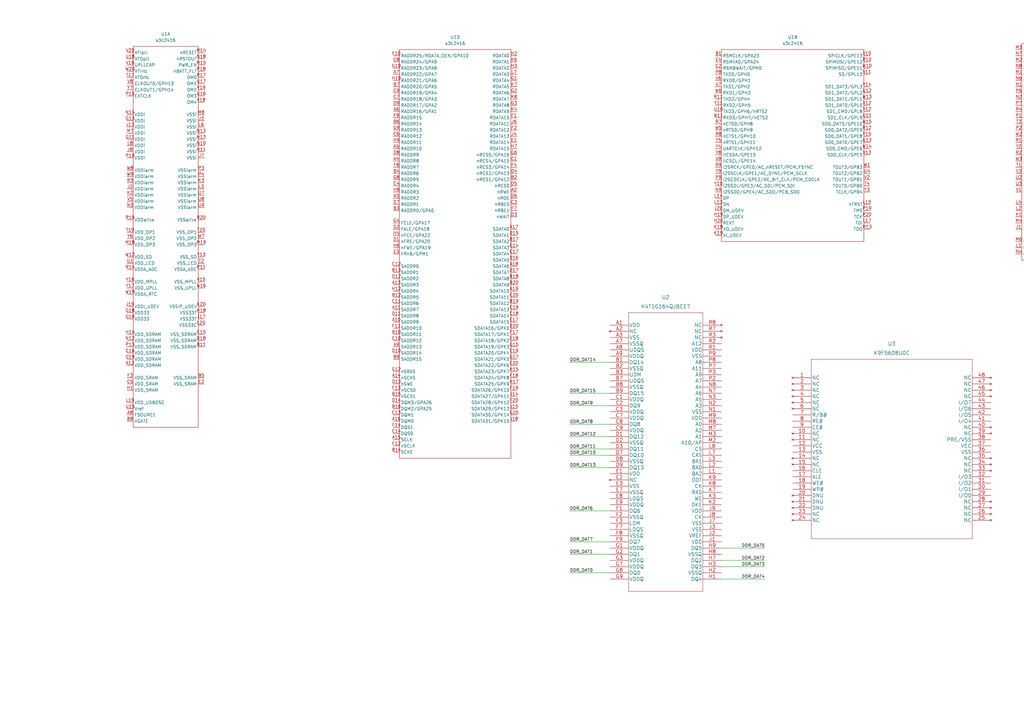
<source format=kicad_sch>
(kicad_sch (version 20211123) (generator eeschema)
  (paper "A3")
  (wire (pts (xy 233.68 148.59) (xy 250.19 148.59)))
  (wire (pts (xy 295.91 224.79) (xy 313.69 224.79)))
  (wire (pts (xy 233.68 166.37) (xy 250.19 166.37)))
  (wire (pts (xy 233.68 209.55) (xy 250.19 209.55)))
  (wire (pts (xy 233.68 191.77) (xy 250.19 191.77)))
  (wire (pts (xy 233.68 184.15) (xy 250.19 184.15)))
  (wire (pts (xy 233.68 227.33) (xy 250.19 227.33)))
  (wire (pts (xy 233.68 161.29) (xy 250.19 161.29)))
  (wire (pts (xy 295.91 237.49) (xy 313.69 237.49)))
  (wire (pts (xy 233.68 173.99) (xy 250.19 173.99)))
  (wire (pts (xy 233.68 179.07) (xy 250.19 179.07)))
  (wire (pts (xy 233.68 186.69) (xy 250.19 186.69)))
  (wire (pts (xy 295.91 232.41) (xy 313.69 232.41)))
  (wire (pts (xy 233.68 234.95) (xy 250.19 234.95)))
  (wire (pts (xy 233.68 222.25) (xy 250.19 222.25)))
  (wire (pts (xy 295.91 229.87) (xy 313.69 229.87)))
  (label "DDR_DAT9" (at 233.68 166.37 0))
  (label "DDR_DAT2" (at 313.69 229.87 180))
  (label "DDR_DAT7" (at 233.68 222.25 0))
  (label "DDR_DAT1" (at 233.68 227.33 0))
  (label "DDR_DAT0" (at 233.68 234.95 0))
  (label "DDR_DAT12" (at 233.68 179.07 0))
  (label "DDR_DAT4" (at 313.69 237.49 180))
  (label "DDR_DAT3" (at 313.69 232.41 180))
  (label "DDR_DAT8" (at 233.68 173.99 0))
  (label "DDR_DAT11" (at 233.68 184.15 0))
  (label "DDR_DAT14" (at 233.68 148.59 0))
  (label "DDR_DAT15" (at 233.68 161.29 0))
  (label "DDR_DAT6" (at 233.68 209.55 0))
  (label "DDR_DAT13" (at 233.68 191.77 0))
  (label "DDR_DAT5" (at 313.69 224.79 180))
  (label "DDR_DAT10" (at 233.68 186.69 0))
  (symbol (lib_id "jlywxy:s3c2416") (at 43.18 16.51 0) (unit 1)
    (property "Reference" "U1" (at 67.945 13.97 0))
    (property "Value" "s3c2416" (at 67.945 16.51 0))
    (property "Footprint" "jlywxy:s3c2416" (effects hide))
  )
  (symbol (lib_id "jlywxy:K9F5608U0C") (at 325.12 154.94 0) (unit 1)
    (property "Reference" "U3" (at 365.76 140.97 0) (effects (font (size 1.524 1.524))))
    (property "Value" "K9F5608U0C" (at 365.76 144.78 0) (effects (font (size 1.524 1.524))))
    (property "Footprint" "jlywxy:M29W640FB70N6E" (effects hide))
  )
  (symbol (lib_id "jlywxy:K4T1G164QJBCE7") (at 250.19 133.35 0) (unit 1)
    (property "Reference" "U2" (at 273.05 121.92 0) (effects (font (size 1.524 1.524))))
    (property "Value" "K4T1G164QJBCE7" (at 273.05 125.73 0) (effects (font (size 1.524 1.524))))
    (property "Footprint" "jlywxy:K4T1G164QF-BCE7" (effects hide))
  )
  (symbol (lib_name "s3c2416_1") (lib_id "jlywxy:s3c2416") (at 153.67 16.51 0) (unit 4)
    (property "Reference" "U1" (at 186.69 15.24 0))
    (property "Value" "s3c2416" (at 186.69 17.78 0))
    (property "Footprint" "jlywxy:s3c2416" (effects hide))
  )
  (symbol (lib_id "jlywxy:s3c2416") (at 411.48 15.24 0) (unit 3)
    (property "Reference" "U1" (at 441.325 12.7 0))
    (property "Value" "s3c2416" (at 441.325 15.24 0))
    (property "Footprint" "jlywxy:s3c2416" (effects hide))
  )
  (symbol (lib_id "jlywxy:s3c2416") (at 287.02 17.78 0) (unit 2)
    (property "Reference" "U1" (at 325.12 15.24 0))
    (property "Value" "s3c2416" (at 325.12 17.78 0))
    (property "Footprint" "jlywxy:s3c2416" (effects hide))
  )
)
</source>
